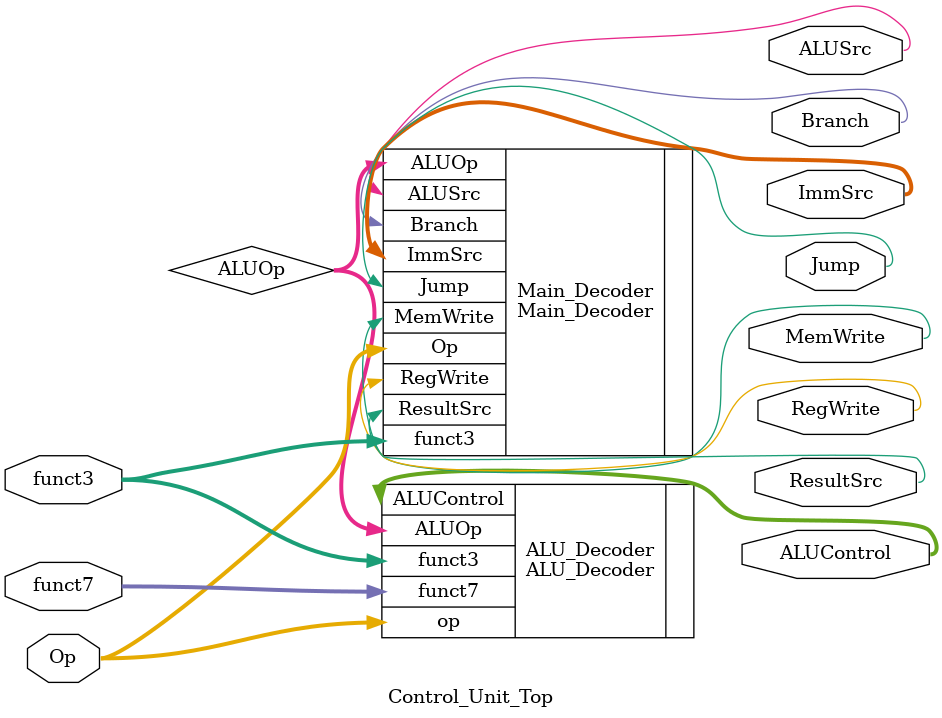
<source format=v>
`include "ALU_Decoder.v"
`include "Main_Decoder.v"
    
module Control_Unit_Top(Op,RegWrite,ImmSrc,ALUSrc,MemWrite,ResultSrc,Branch,Jump,funct3,funct7,ALUControl);

    input [2:0]Op;
    input [1:0]funct3, funct7;
    output RegWrite,ALUSrc,MemWrite,ResultSrc,Branch,Jump;
    output [1:0]ImmSrc;
    output [2:0]ALUControl;

    wire [1:0]ALUOp;

    Main_Decoder Main_Decoder(
                .Op(Op),
                .RegWrite(RegWrite),
                .ImmSrc(ImmSrc),
                .MemWrite(MemWrite),
                .ResultSrc(ResultSrc),
                .Branch(Branch),
                .ALUSrc(ALUSrc),
                .ALUOp(ALUOp),
                .funct3(funct3),
                .Jump(Jump)
    );

    ALU_Decoder ALU_Decoder(
                            .ALUOp(ALUOp),
                            .funct3(funct3),
                            .funct7(funct7),
                            .op(Op),
                            .ALUControl(ALUControl)
    );


endmodule
</source>
